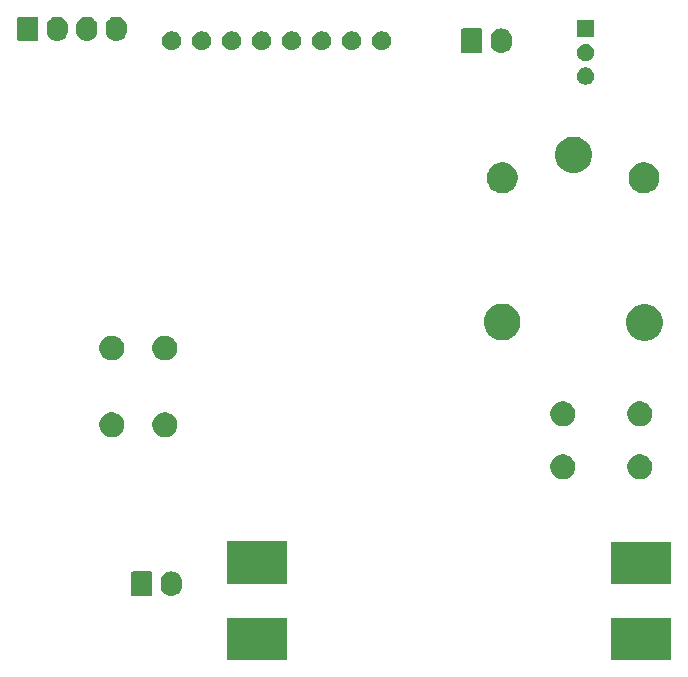
<source format=gbr>
G04 #@! TF.GenerationSoftware,KiCad,Pcbnew,5.1.5+dfsg1-2build2*
G04 #@! TF.CreationDate,2021-12-07T08:31:46-05:00*
G04 #@! TF.ProjectId,schematics,73636865-6d61-4746-9963-732e6b696361,rev?*
G04 #@! TF.SameCoordinates,Original*
G04 #@! TF.FileFunction,Soldermask,Bot*
G04 #@! TF.FilePolarity,Negative*
%FSLAX46Y46*%
G04 Gerber Fmt 4.6, Leading zero omitted, Abs format (unit mm)*
G04 Created by KiCad (PCBNEW 5.1.5+dfsg1-2build2) date 2021-12-07 08:31:46*
%MOMM*%
%LPD*%
G04 APERTURE LIST*
%ADD10C,0.100000*%
G04 APERTURE END LIST*
D10*
G36*
X146941900Y-99691400D02*
G01*
X141839900Y-99691400D01*
X141839900Y-96089400D01*
X146941900Y-96089400D01*
X146941900Y-99691400D01*
G37*
G36*
X114441900Y-99691400D02*
G01*
X109339900Y-99691400D01*
X109339900Y-96089400D01*
X114441900Y-96089400D01*
X114441900Y-99691400D01*
G37*
G36*
X104784626Y-92180037D02*
G01*
X104954465Y-92231557D01*
X104954467Y-92231558D01*
X105110989Y-92315221D01*
X105248186Y-92427814D01*
X105331448Y-92529271D01*
X105360778Y-92565009D01*
X105444443Y-92721534D01*
X105495963Y-92891373D01*
X105509000Y-93023742D01*
X105509000Y-93412257D01*
X105495963Y-93544626D01*
X105444443Y-93714466D01*
X105360778Y-93870991D01*
X105331448Y-93906729D01*
X105248186Y-94008186D01*
X105153250Y-94086097D01*
X105110991Y-94120778D01*
X104954466Y-94204443D01*
X104784627Y-94255963D01*
X104608000Y-94273359D01*
X104431374Y-94255963D01*
X104261535Y-94204443D01*
X104105010Y-94120778D01*
X103967815Y-94008185D01*
X103855222Y-93870991D01*
X103771557Y-93714466D01*
X103720037Y-93544627D01*
X103707000Y-93412258D01*
X103707000Y-93023743D01*
X103720037Y-92891374D01*
X103771557Y-92721535D01*
X103855222Y-92565010D01*
X103855223Y-92565009D01*
X103967814Y-92427814D01*
X104069271Y-92344552D01*
X104105009Y-92315222D01*
X104261534Y-92231557D01*
X104431373Y-92180037D01*
X104608000Y-92162641D01*
X104784626Y-92180037D01*
G37*
G36*
X102866600Y-92170989D02*
G01*
X102899652Y-92181015D01*
X102930103Y-92197292D01*
X102956799Y-92219201D01*
X102978708Y-92245897D01*
X102994985Y-92276348D01*
X103005011Y-92309400D01*
X103009000Y-92349903D01*
X103009000Y-94086097D01*
X103005011Y-94126600D01*
X102994985Y-94159652D01*
X102978708Y-94190103D01*
X102956799Y-94216799D01*
X102930103Y-94238708D01*
X102899652Y-94254985D01*
X102866600Y-94265011D01*
X102826097Y-94269000D01*
X101389903Y-94269000D01*
X101349400Y-94265011D01*
X101316348Y-94254985D01*
X101285897Y-94238708D01*
X101259201Y-94216799D01*
X101237292Y-94190103D01*
X101221015Y-94159652D01*
X101210989Y-94126600D01*
X101207000Y-94086097D01*
X101207000Y-92349903D01*
X101210989Y-92309400D01*
X101221015Y-92276348D01*
X101237292Y-92245897D01*
X101259201Y-92219201D01*
X101285897Y-92197292D01*
X101316348Y-92181015D01*
X101349400Y-92170989D01*
X101389903Y-92167000D01*
X102826097Y-92167000D01*
X102866600Y-92170989D01*
G37*
G36*
X146941900Y-93241400D02*
G01*
X141839900Y-93241400D01*
X141839900Y-89639400D01*
X146941900Y-89639400D01*
X146941900Y-93241400D01*
G37*
G36*
X114441900Y-93191400D02*
G01*
X109339900Y-93191400D01*
X109339900Y-89589400D01*
X114441900Y-89589400D01*
X114441900Y-93191400D01*
G37*
G36*
X144578564Y-82301389D02*
G01*
X144769833Y-82380615D01*
X144769835Y-82380616D01*
X144941973Y-82495635D01*
X145088365Y-82642027D01*
X145203385Y-82814167D01*
X145282611Y-83005436D01*
X145323000Y-83208484D01*
X145323000Y-83415516D01*
X145282611Y-83618564D01*
X145203385Y-83809833D01*
X145203384Y-83809835D01*
X145088365Y-83981973D01*
X144941973Y-84128365D01*
X144769835Y-84243384D01*
X144769834Y-84243385D01*
X144769833Y-84243385D01*
X144578564Y-84322611D01*
X144375516Y-84363000D01*
X144168484Y-84363000D01*
X143965436Y-84322611D01*
X143774167Y-84243385D01*
X143774166Y-84243385D01*
X143774165Y-84243384D01*
X143602027Y-84128365D01*
X143455635Y-83981973D01*
X143340616Y-83809835D01*
X143340615Y-83809833D01*
X143261389Y-83618564D01*
X143221000Y-83415516D01*
X143221000Y-83208484D01*
X143261389Y-83005436D01*
X143340615Y-82814167D01*
X143455635Y-82642027D01*
X143602027Y-82495635D01*
X143774165Y-82380616D01*
X143774167Y-82380615D01*
X143965436Y-82301389D01*
X144168484Y-82261000D01*
X144375516Y-82261000D01*
X144578564Y-82301389D01*
G37*
G36*
X138078564Y-82301389D02*
G01*
X138269833Y-82380615D01*
X138269835Y-82380616D01*
X138441973Y-82495635D01*
X138588365Y-82642027D01*
X138703385Y-82814167D01*
X138782611Y-83005436D01*
X138823000Y-83208484D01*
X138823000Y-83415516D01*
X138782611Y-83618564D01*
X138703385Y-83809833D01*
X138703384Y-83809835D01*
X138588365Y-83981973D01*
X138441973Y-84128365D01*
X138269835Y-84243384D01*
X138269834Y-84243385D01*
X138269833Y-84243385D01*
X138078564Y-84322611D01*
X137875516Y-84363000D01*
X137668484Y-84363000D01*
X137465436Y-84322611D01*
X137274167Y-84243385D01*
X137274166Y-84243385D01*
X137274165Y-84243384D01*
X137102027Y-84128365D01*
X136955635Y-83981973D01*
X136840616Y-83809835D01*
X136840615Y-83809833D01*
X136761389Y-83618564D01*
X136721000Y-83415516D01*
X136721000Y-83208484D01*
X136761389Y-83005436D01*
X136840615Y-82814167D01*
X136955635Y-82642027D01*
X137102027Y-82495635D01*
X137274165Y-82380616D01*
X137274167Y-82380615D01*
X137465436Y-82301389D01*
X137668484Y-82261000D01*
X137875516Y-82261000D01*
X138078564Y-82301389D01*
G37*
G36*
X99874564Y-78745389D02*
G01*
X100065833Y-78824615D01*
X100065835Y-78824616D01*
X100237973Y-78939635D01*
X100384365Y-79086027D01*
X100406106Y-79118564D01*
X100499385Y-79258167D01*
X100578611Y-79449436D01*
X100619000Y-79652484D01*
X100619000Y-79859516D01*
X100578611Y-80062564D01*
X100499385Y-80253833D01*
X100499384Y-80253835D01*
X100384365Y-80425973D01*
X100237973Y-80572365D01*
X100065835Y-80687384D01*
X100065834Y-80687385D01*
X100065833Y-80687385D01*
X99874564Y-80766611D01*
X99671516Y-80807000D01*
X99464484Y-80807000D01*
X99261436Y-80766611D01*
X99070167Y-80687385D01*
X99070166Y-80687385D01*
X99070165Y-80687384D01*
X98898027Y-80572365D01*
X98751635Y-80425973D01*
X98636616Y-80253835D01*
X98636615Y-80253833D01*
X98557389Y-80062564D01*
X98517000Y-79859516D01*
X98517000Y-79652484D01*
X98557389Y-79449436D01*
X98636615Y-79258167D01*
X98729895Y-79118564D01*
X98751635Y-79086027D01*
X98898027Y-78939635D01*
X99070165Y-78824616D01*
X99070167Y-78824615D01*
X99261436Y-78745389D01*
X99464484Y-78705000D01*
X99671516Y-78705000D01*
X99874564Y-78745389D01*
G37*
G36*
X104374564Y-78745389D02*
G01*
X104565833Y-78824615D01*
X104565835Y-78824616D01*
X104737973Y-78939635D01*
X104884365Y-79086027D01*
X104906106Y-79118564D01*
X104999385Y-79258167D01*
X105078611Y-79449436D01*
X105119000Y-79652484D01*
X105119000Y-79859516D01*
X105078611Y-80062564D01*
X104999385Y-80253833D01*
X104999384Y-80253835D01*
X104884365Y-80425973D01*
X104737973Y-80572365D01*
X104565835Y-80687384D01*
X104565834Y-80687385D01*
X104565833Y-80687385D01*
X104374564Y-80766611D01*
X104171516Y-80807000D01*
X103964484Y-80807000D01*
X103761436Y-80766611D01*
X103570167Y-80687385D01*
X103570166Y-80687385D01*
X103570165Y-80687384D01*
X103398027Y-80572365D01*
X103251635Y-80425973D01*
X103136616Y-80253835D01*
X103136615Y-80253833D01*
X103057389Y-80062564D01*
X103017000Y-79859516D01*
X103017000Y-79652484D01*
X103057389Y-79449436D01*
X103136615Y-79258167D01*
X103229895Y-79118564D01*
X103251635Y-79086027D01*
X103398027Y-78939635D01*
X103570165Y-78824616D01*
X103570167Y-78824615D01*
X103761436Y-78745389D01*
X103964484Y-78705000D01*
X104171516Y-78705000D01*
X104374564Y-78745389D01*
G37*
G36*
X144578564Y-77801389D02*
G01*
X144769833Y-77880615D01*
X144769835Y-77880616D01*
X144941973Y-77995635D01*
X145088365Y-78142027D01*
X145203385Y-78314167D01*
X145282611Y-78505436D01*
X145323000Y-78708484D01*
X145323000Y-78915516D01*
X145282611Y-79118564D01*
X145203385Y-79309833D01*
X145203384Y-79309835D01*
X145088365Y-79481973D01*
X144941973Y-79628365D01*
X144769835Y-79743384D01*
X144769834Y-79743385D01*
X144769833Y-79743385D01*
X144578564Y-79822611D01*
X144375516Y-79863000D01*
X144168484Y-79863000D01*
X143965436Y-79822611D01*
X143774167Y-79743385D01*
X143774166Y-79743385D01*
X143774165Y-79743384D01*
X143602027Y-79628365D01*
X143455635Y-79481973D01*
X143340616Y-79309835D01*
X143340615Y-79309833D01*
X143261389Y-79118564D01*
X143221000Y-78915516D01*
X143221000Y-78708484D01*
X143261389Y-78505436D01*
X143340615Y-78314167D01*
X143455635Y-78142027D01*
X143602027Y-77995635D01*
X143774165Y-77880616D01*
X143774167Y-77880615D01*
X143965436Y-77801389D01*
X144168484Y-77761000D01*
X144375516Y-77761000D01*
X144578564Y-77801389D01*
G37*
G36*
X138078564Y-77801389D02*
G01*
X138269833Y-77880615D01*
X138269835Y-77880616D01*
X138441973Y-77995635D01*
X138588365Y-78142027D01*
X138703385Y-78314167D01*
X138782611Y-78505436D01*
X138823000Y-78708484D01*
X138823000Y-78915516D01*
X138782611Y-79118564D01*
X138703385Y-79309833D01*
X138703384Y-79309835D01*
X138588365Y-79481973D01*
X138441973Y-79628365D01*
X138269835Y-79743384D01*
X138269834Y-79743385D01*
X138269833Y-79743385D01*
X138078564Y-79822611D01*
X137875516Y-79863000D01*
X137668484Y-79863000D01*
X137465436Y-79822611D01*
X137274167Y-79743385D01*
X137274166Y-79743385D01*
X137274165Y-79743384D01*
X137102027Y-79628365D01*
X136955635Y-79481973D01*
X136840616Y-79309835D01*
X136840615Y-79309833D01*
X136761389Y-79118564D01*
X136721000Y-78915516D01*
X136721000Y-78708484D01*
X136761389Y-78505436D01*
X136840615Y-78314167D01*
X136955635Y-78142027D01*
X137102027Y-77995635D01*
X137274165Y-77880616D01*
X137274167Y-77880615D01*
X137465436Y-77801389D01*
X137668484Y-77761000D01*
X137875516Y-77761000D01*
X138078564Y-77801389D01*
G37*
G36*
X104374564Y-72245389D02*
G01*
X104565833Y-72324615D01*
X104565835Y-72324616D01*
X104709304Y-72420479D01*
X104737973Y-72439635D01*
X104884365Y-72586027D01*
X104999385Y-72758167D01*
X105078611Y-72949436D01*
X105119000Y-73152484D01*
X105119000Y-73359516D01*
X105078611Y-73562564D01*
X104999385Y-73753833D01*
X104999384Y-73753835D01*
X104884365Y-73925973D01*
X104737973Y-74072365D01*
X104565835Y-74187384D01*
X104565834Y-74187385D01*
X104565833Y-74187385D01*
X104374564Y-74266611D01*
X104171516Y-74307000D01*
X103964484Y-74307000D01*
X103761436Y-74266611D01*
X103570167Y-74187385D01*
X103570166Y-74187385D01*
X103570165Y-74187384D01*
X103398027Y-74072365D01*
X103251635Y-73925973D01*
X103136616Y-73753835D01*
X103136615Y-73753833D01*
X103057389Y-73562564D01*
X103017000Y-73359516D01*
X103017000Y-73152484D01*
X103057389Y-72949436D01*
X103136615Y-72758167D01*
X103251635Y-72586027D01*
X103398027Y-72439635D01*
X103426696Y-72420479D01*
X103570165Y-72324616D01*
X103570167Y-72324615D01*
X103761436Y-72245389D01*
X103964484Y-72205000D01*
X104171516Y-72205000D01*
X104374564Y-72245389D01*
G37*
G36*
X99874564Y-72245389D02*
G01*
X100065833Y-72324615D01*
X100065835Y-72324616D01*
X100209304Y-72420479D01*
X100237973Y-72439635D01*
X100384365Y-72586027D01*
X100499385Y-72758167D01*
X100578611Y-72949436D01*
X100619000Y-73152484D01*
X100619000Y-73359516D01*
X100578611Y-73562564D01*
X100499385Y-73753833D01*
X100499384Y-73753835D01*
X100384365Y-73925973D01*
X100237973Y-74072365D01*
X100065835Y-74187384D01*
X100065834Y-74187385D01*
X100065833Y-74187385D01*
X99874564Y-74266611D01*
X99671516Y-74307000D01*
X99464484Y-74307000D01*
X99261436Y-74266611D01*
X99070167Y-74187385D01*
X99070166Y-74187385D01*
X99070165Y-74187384D01*
X98898027Y-74072365D01*
X98751635Y-73925973D01*
X98636616Y-73753835D01*
X98636615Y-73753833D01*
X98557389Y-73562564D01*
X98517000Y-73359516D01*
X98517000Y-73152484D01*
X98557389Y-72949436D01*
X98636615Y-72758167D01*
X98751635Y-72586027D01*
X98898027Y-72439635D01*
X98926696Y-72420479D01*
X99070165Y-72324616D01*
X99070167Y-72324615D01*
X99261436Y-72245389D01*
X99464484Y-72205000D01*
X99671516Y-72205000D01*
X99874564Y-72245389D01*
G37*
G36*
X144885043Y-69554604D02*
G01*
X145136410Y-69604604D01*
X145418674Y-69721521D01*
X145672705Y-69891259D01*
X145888741Y-70107295D01*
X146058479Y-70361326D01*
X146175396Y-70643590D01*
X146175396Y-70643591D01*
X146225055Y-70893240D01*
X146235000Y-70943240D01*
X146235000Y-71248760D01*
X146175396Y-71548410D01*
X146058479Y-71830674D01*
X145888741Y-72084705D01*
X145672705Y-72300741D01*
X145418674Y-72470479D01*
X145136410Y-72587396D01*
X145088127Y-72597000D01*
X144836761Y-72647000D01*
X144531239Y-72647000D01*
X144279873Y-72597000D01*
X144231590Y-72587396D01*
X143949326Y-72470479D01*
X143695295Y-72300741D01*
X143479259Y-72084705D01*
X143309521Y-71830674D01*
X143192604Y-71548410D01*
X143133000Y-71248760D01*
X143133000Y-70943240D01*
X143142946Y-70893240D01*
X143192604Y-70643591D01*
X143192604Y-70643590D01*
X143309521Y-70361326D01*
X143479259Y-70107295D01*
X143695295Y-69891259D01*
X143949326Y-69721521D01*
X144231590Y-69604604D01*
X144482957Y-69554604D01*
X144531239Y-69545000D01*
X144836761Y-69545000D01*
X144885043Y-69554604D01*
G37*
G36*
X132936585Y-69524802D02*
G01*
X133086410Y-69554604D01*
X133368674Y-69671521D01*
X133622705Y-69841259D01*
X133838741Y-70057295D01*
X134008479Y-70311326D01*
X134125396Y-70593590D01*
X134135342Y-70643591D01*
X134185000Y-70893239D01*
X134185000Y-71198761D01*
X134175054Y-71248761D01*
X134125396Y-71498410D01*
X134008479Y-71780674D01*
X133838741Y-72034705D01*
X133622705Y-72250741D01*
X133368674Y-72420479D01*
X133086410Y-72537396D01*
X132936585Y-72567198D01*
X132786761Y-72597000D01*
X132481239Y-72597000D01*
X132331415Y-72567198D01*
X132181590Y-72537396D01*
X131899326Y-72420479D01*
X131645295Y-72250741D01*
X131429259Y-72034705D01*
X131259521Y-71780674D01*
X131142604Y-71498410D01*
X131092946Y-71248761D01*
X131083000Y-71198761D01*
X131083000Y-70893239D01*
X131132658Y-70643591D01*
X131142604Y-70593590D01*
X131259521Y-70311326D01*
X131429259Y-70057295D01*
X131645295Y-69841259D01*
X131899326Y-69671521D01*
X132181590Y-69554604D01*
X132331415Y-69524802D01*
X132481239Y-69495000D01*
X132786761Y-69495000D01*
X132936585Y-69524802D01*
G37*
G36*
X145013487Y-57594996D02*
G01*
X145250253Y-57693068D01*
X145250255Y-57693069D01*
X145463339Y-57835447D01*
X145644553Y-58016661D01*
X145786932Y-58229747D01*
X145885004Y-58466513D01*
X145935000Y-58717861D01*
X145935000Y-58974139D01*
X145885004Y-59225487D01*
X145786932Y-59462253D01*
X145786931Y-59462255D01*
X145644553Y-59675339D01*
X145463339Y-59856553D01*
X145250255Y-59998931D01*
X145250254Y-59998932D01*
X145250253Y-59998932D01*
X145013487Y-60097004D01*
X144762139Y-60147000D01*
X144505861Y-60147000D01*
X144254513Y-60097004D01*
X144017747Y-59998932D01*
X144017746Y-59998932D01*
X144017745Y-59998931D01*
X143804661Y-59856553D01*
X143623447Y-59675339D01*
X143481069Y-59462255D01*
X143481068Y-59462253D01*
X143382996Y-59225487D01*
X143333000Y-58974139D01*
X143333000Y-58717861D01*
X143382996Y-58466513D01*
X143481068Y-58229747D01*
X143623447Y-58016661D01*
X143804661Y-57835447D01*
X144017745Y-57693069D01*
X144017747Y-57693068D01*
X144254513Y-57594996D01*
X144505861Y-57545000D01*
X144762139Y-57545000D01*
X145013487Y-57594996D01*
G37*
G36*
X133013487Y-57594996D02*
G01*
X133250253Y-57693068D01*
X133250255Y-57693069D01*
X133463339Y-57835447D01*
X133644553Y-58016661D01*
X133786932Y-58229747D01*
X133885004Y-58466513D01*
X133935000Y-58717861D01*
X133935000Y-58974139D01*
X133885004Y-59225487D01*
X133786932Y-59462253D01*
X133786931Y-59462255D01*
X133644553Y-59675339D01*
X133463339Y-59856553D01*
X133250255Y-59998931D01*
X133250254Y-59998932D01*
X133250253Y-59998932D01*
X133013487Y-60097004D01*
X132762139Y-60147000D01*
X132505861Y-60147000D01*
X132254513Y-60097004D01*
X132017747Y-59998932D01*
X132017746Y-59998932D01*
X132017745Y-59998931D01*
X131804661Y-59856553D01*
X131623447Y-59675339D01*
X131481069Y-59462255D01*
X131481068Y-59462253D01*
X131382996Y-59225487D01*
X131333000Y-58974139D01*
X131333000Y-58717861D01*
X131382996Y-58466513D01*
X131481068Y-58229747D01*
X131623447Y-58016661D01*
X131804661Y-57835447D01*
X132017745Y-57693069D01*
X132017747Y-57693068D01*
X132254513Y-57594996D01*
X132505861Y-57545000D01*
X132762139Y-57545000D01*
X133013487Y-57594996D01*
G37*
G36*
X138986585Y-55374802D02*
G01*
X139136410Y-55404604D01*
X139418674Y-55521521D01*
X139672705Y-55691259D01*
X139888741Y-55907295D01*
X140058479Y-56161326D01*
X140175396Y-56443590D01*
X140235000Y-56743240D01*
X140235000Y-57048760D01*
X140175396Y-57348410D01*
X140058479Y-57630674D01*
X139888741Y-57884705D01*
X139672705Y-58100741D01*
X139418674Y-58270479D01*
X139136410Y-58387396D01*
X138986585Y-58417198D01*
X138836761Y-58447000D01*
X138531239Y-58447000D01*
X138381415Y-58417198D01*
X138231590Y-58387396D01*
X137949326Y-58270479D01*
X137695295Y-58100741D01*
X137479259Y-57884705D01*
X137309521Y-57630674D01*
X137192604Y-57348410D01*
X137133000Y-57048760D01*
X137133000Y-56743240D01*
X137192604Y-56443590D01*
X137309521Y-56161326D01*
X137479259Y-55907295D01*
X137695295Y-55691259D01*
X137949326Y-55521521D01*
X138231590Y-55404604D01*
X138381415Y-55374802D01*
X138531239Y-55345000D01*
X138836761Y-55345000D01*
X138986585Y-55374802D01*
G37*
G36*
X139911766Y-49529899D02*
G01*
X140043888Y-49584626D01*
X140043890Y-49584627D01*
X140162798Y-49664079D01*
X140263921Y-49765202D01*
X140263922Y-49765204D01*
X140343374Y-49884112D01*
X140398101Y-50016234D01*
X140426000Y-50156494D01*
X140426000Y-50299506D01*
X140398101Y-50439766D01*
X140343374Y-50571888D01*
X140343373Y-50571890D01*
X140263921Y-50690798D01*
X140162798Y-50791921D01*
X140043890Y-50871373D01*
X140043889Y-50871374D01*
X140043888Y-50871374D01*
X139911766Y-50926101D01*
X139771506Y-50954000D01*
X139628494Y-50954000D01*
X139488234Y-50926101D01*
X139356112Y-50871374D01*
X139356111Y-50871374D01*
X139356110Y-50871373D01*
X139237202Y-50791921D01*
X139136079Y-50690798D01*
X139056627Y-50571890D01*
X139056626Y-50571888D01*
X139001899Y-50439766D01*
X138974000Y-50299506D01*
X138974000Y-50156494D01*
X139001899Y-50016234D01*
X139056626Y-49884112D01*
X139136078Y-49765204D01*
X139136079Y-49765202D01*
X139237202Y-49664079D01*
X139356110Y-49584627D01*
X139356112Y-49584626D01*
X139488234Y-49529899D01*
X139628494Y-49502000D01*
X139771506Y-49502000D01*
X139911766Y-49529899D01*
G37*
G36*
X139911766Y-47529899D02*
G01*
X140043888Y-47584626D01*
X140043890Y-47584627D01*
X140162798Y-47664079D01*
X140263921Y-47765202D01*
X140343373Y-47884110D01*
X140343374Y-47884112D01*
X140398101Y-48016234D01*
X140426000Y-48156494D01*
X140426000Y-48299506D01*
X140398101Y-48439766D01*
X140343374Y-48571888D01*
X140343373Y-48571890D01*
X140263921Y-48690798D01*
X140162798Y-48791921D01*
X140043890Y-48871373D01*
X140043889Y-48871374D01*
X140043888Y-48871374D01*
X139911766Y-48926101D01*
X139771506Y-48954000D01*
X139628494Y-48954000D01*
X139488234Y-48926101D01*
X139356112Y-48871374D01*
X139356111Y-48871374D01*
X139356110Y-48871373D01*
X139237202Y-48791921D01*
X139136079Y-48690798D01*
X139056627Y-48571890D01*
X139056626Y-48571888D01*
X139001899Y-48439766D01*
X138974000Y-48299506D01*
X138974000Y-48156494D01*
X139001899Y-48016234D01*
X139056626Y-47884112D01*
X139056627Y-47884110D01*
X139136079Y-47765202D01*
X139237202Y-47664079D01*
X139356110Y-47584627D01*
X139356112Y-47584626D01*
X139488234Y-47529899D01*
X139628494Y-47502000D01*
X139771506Y-47502000D01*
X139911766Y-47529899D01*
G37*
G36*
X132724626Y-46206037D02*
G01*
X132894465Y-46257557D01*
X132894467Y-46257558D01*
X133050989Y-46341221D01*
X133188186Y-46453814D01*
X133250402Y-46529626D01*
X133300778Y-46591009D01*
X133300779Y-46591011D01*
X133384442Y-46747531D01*
X133384443Y-46747534D01*
X133435963Y-46917373D01*
X133435963Y-46917375D01*
X133448110Y-47040699D01*
X133449000Y-47049742D01*
X133449000Y-47438257D01*
X133435963Y-47570626D01*
X133384443Y-47740466D01*
X133300778Y-47896991D01*
X133271448Y-47932729D01*
X133188186Y-48034186D01*
X133093250Y-48112097D01*
X133050991Y-48146778D01*
X132894466Y-48230443D01*
X132724627Y-48281963D01*
X132548000Y-48299359D01*
X132371374Y-48281963D01*
X132201535Y-48230443D01*
X132045010Y-48146778D01*
X131907815Y-48034185D01*
X131795222Y-47896991D01*
X131711557Y-47740466D01*
X131660037Y-47570627D01*
X131647000Y-47438258D01*
X131647000Y-47049743D01*
X131660037Y-46917374D01*
X131711557Y-46747535D01*
X131723205Y-46725743D01*
X131795221Y-46591011D01*
X131907814Y-46453814D01*
X132009271Y-46370552D01*
X132045009Y-46341222D01*
X132201534Y-46257557D01*
X132371373Y-46206037D01*
X132548000Y-46188641D01*
X132724626Y-46206037D01*
G37*
G36*
X130806600Y-46196989D02*
G01*
X130839652Y-46207015D01*
X130870103Y-46223292D01*
X130896799Y-46245201D01*
X130918708Y-46271897D01*
X130934985Y-46302348D01*
X130945011Y-46335400D01*
X130949000Y-46375903D01*
X130949000Y-48112097D01*
X130945011Y-48152600D01*
X130934985Y-48185652D01*
X130918708Y-48216103D01*
X130896799Y-48242799D01*
X130870103Y-48264708D01*
X130839652Y-48280985D01*
X130806600Y-48291011D01*
X130766097Y-48295000D01*
X129329903Y-48295000D01*
X129289400Y-48291011D01*
X129256348Y-48280985D01*
X129225897Y-48264708D01*
X129199201Y-48242799D01*
X129177292Y-48216103D01*
X129161015Y-48185652D01*
X129150989Y-48152600D01*
X129147000Y-48112097D01*
X129147000Y-46375903D01*
X129150989Y-46335400D01*
X129161015Y-46302348D01*
X129177292Y-46271897D01*
X129199201Y-46245201D01*
X129225897Y-46223292D01*
X129256348Y-46207015D01*
X129289400Y-46196989D01*
X129329903Y-46193000D01*
X130766097Y-46193000D01*
X130806600Y-46196989D01*
G37*
G36*
X115045142Y-46462242D02*
G01*
X115193101Y-46523529D01*
X115326255Y-46612499D01*
X115439501Y-46725745D01*
X115528471Y-46858899D01*
X115589758Y-47006858D01*
X115621000Y-47163925D01*
X115621000Y-47324075D01*
X115589758Y-47481142D01*
X115528471Y-47629101D01*
X115439501Y-47762255D01*
X115326255Y-47875501D01*
X115193101Y-47964471D01*
X115045142Y-48025758D01*
X114888075Y-48057000D01*
X114727925Y-48057000D01*
X114570858Y-48025758D01*
X114422899Y-47964471D01*
X114289745Y-47875501D01*
X114176499Y-47762255D01*
X114087529Y-47629101D01*
X114026242Y-47481142D01*
X113995000Y-47324075D01*
X113995000Y-47163925D01*
X114026242Y-47006858D01*
X114087529Y-46858899D01*
X114176499Y-46725745D01*
X114289745Y-46612499D01*
X114422899Y-46523529D01*
X114570858Y-46462242D01*
X114727925Y-46431000D01*
X114888075Y-46431000D01*
X115045142Y-46462242D01*
G37*
G36*
X104885142Y-46462242D02*
G01*
X105033101Y-46523529D01*
X105166255Y-46612499D01*
X105279501Y-46725745D01*
X105368471Y-46858899D01*
X105429758Y-47006858D01*
X105461000Y-47163925D01*
X105461000Y-47324075D01*
X105429758Y-47481142D01*
X105368471Y-47629101D01*
X105279501Y-47762255D01*
X105166255Y-47875501D01*
X105033101Y-47964471D01*
X104885142Y-48025758D01*
X104728075Y-48057000D01*
X104567925Y-48057000D01*
X104410858Y-48025758D01*
X104262899Y-47964471D01*
X104129745Y-47875501D01*
X104016499Y-47762255D01*
X103927529Y-47629101D01*
X103866242Y-47481142D01*
X103835000Y-47324075D01*
X103835000Y-47163925D01*
X103866242Y-47006858D01*
X103927529Y-46858899D01*
X104016499Y-46725745D01*
X104129745Y-46612499D01*
X104262899Y-46523529D01*
X104410858Y-46462242D01*
X104567925Y-46431000D01*
X104728075Y-46431000D01*
X104885142Y-46462242D01*
G37*
G36*
X122665142Y-46462242D02*
G01*
X122813101Y-46523529D01*
X122946255Y-46612499D01*
X123059501Y-46725745D01*
X123148471Y-46858899D01*
X123209758Y-47006858D01*
X123241000Y-47163925D01*
X123241000Y-47324075D01*
X123209758Y-47481142D01*
X123148471Y-47629101D01*
X123059501Y-47762255D01*
X122946255Y-47875501D01*
X122813101Y-47964471D01*
X122665142Y-48025758D01*
X122508075Y-48057000D01*
X122347925Y-48057000D01*
X122190858Y-48025758D01*
X122042899Y-47964471D01*
X121909745Y-47875501D01*
X121796499Y-47762255D01*
X121707529Y-47629101D01*
X121646242Y-47481142D01*
X121615000Y-47324075D01*
X121615000Y-47163925D01*
X121646242Y-47006858D01*
X121707529Y-46858899D01*
X121796499Y-46725745D01*
X121909745Y-46612499D01*
X122042899Y-46523529D01*
X122190858Y-46462242D01*
X122347925Y-46431000D01*
X122508075Y-46431000D01*
X122665142Y-46462242D01*
G37*
G36*
X117585142Y-46462242D02*
G01*
X117733101Y-46523529D01*
X117866255Y-46612499D01*
X117979501Y-46725745D01*
X118068471Y-46858899D01*
X118129758Y-47006858D01*
X118161000Y-47163925D01*
X118161000Y-47324075D01*
X118129758Y-47481142D01*
X118068471Y-47629101D01*
X117979501Y-47762255D01*
X117866255Y-47875501D01*
X117733101Y-47964471D01*
X117585142Y-48025758D01*
X117428075Y-48057000D01*
X117267925Y-48057000D01*
X117110858Y-48025758D01*
X116962899Y-47964471D01*
X116829745Y-47875501D01*
X116716499Y-47762255D01*
X116627529Y-47629101D01*
X116566242Y-47481142D01*
X116535000Y-47324075D01*
X116535000Y-47163925D01*
X116566242Y-47006858D01*
X116627529Y-46858899D01*
X116716499Y-46725745D01*
X116829745Y-46612499D01*
X116962899Y-46523529D01*
X117110858Y-46462242D01*
X117267925Y-46431000D01*
X117428075Y-46431000D01*
X117585142Y-46462242D01*
G37*
G36*
X112505142Y-46462242D02*
G01*
X112653101Y-46523529D01*
X112786255Y-46612499D01*
X112899501Y-46725745D01*
X112988471Y-46858899D01*
X113049758Y-47006858D01*
X113081000Y-47163925D01*
X113081000Y-47324075D01*
X113049758Y-47481142D01*
X112988471Y-47629101D01*
X112899501Y-47762255D01*
X112786255Y-47875501D01*
X112653101Y-47964471D01*
X112505142Y-48025758D01*
X112348075Y-48057000D01*
X112187925Y-48057000D01*
X112030858Y-48025758D01*
X111882899Y-47964471D01*
X111749745Y-47875501D01*
X111636499Y-47762255D01*
X111547529Y-47629101D01*
X111486242Y-47481142D01*
X111455000Y-47324075D01*
X111455000Y-47163925D01*
X111486242Y-47006858D01*
X111547529Y-46858899D01*
X111636499Y-46725745D01*
X111749745Y-46612499D01*
X111882899Y-46523529D01*
X112030858Y-46462242D01*
X112187925Y-46431000D01*
X112348075Y-46431000D01*
X112505142Y-46462242D01*
G37*
G36*
X109965142Y-46462242D02*
G01*
X110113101Y-46523529D01*
X110246255Y-46612499D01*
X110359501Y-46725745D01*
X110448471Y-46858899D01*
X110509758Y-47006858D01*
X110541000Y-47163925D01*
X110541000Y-47324075D01*
X110509758Y-47481142D01*
X110448471Y-47629101D01*
X110359501Y-47762255D01*
X110246255Y-47875501D01*
X110113101Y-47964471D01*
X109965142Y-48025758D01*
X109808075Y-48057000D01*
X109647925Y-48057000D01*
X109490858Y-48025758D01*
X109342899Y-47964471D01*
X109209745Y-47875501D01*
X109096499Y-47762255D01*
X109007529Y-47629101D01*
X108946242Y-47481142D01*
X108915000Y-47324075D01*
X108915000Y-47163925D01*
X108946242Y-47006858D01*
X109007529Y-46858899D01*
X109096499Y-46725745D01*
X109209745Y-46612499D01*
X109342899Y-46523529D01*
X109490858Y-46462242D01*
X109647925Y-46431000D01*
X109808075Y-46431000D01*
X109965142Y-46462242D01*
G37*
G36*
X120125142Y-46462242D02*
G01*
X120273101Y-46523529D01*
X120406255Y-46612499D01*
X120519501Y-46725745D01*
X120608471Y-46858899D01*
X120669758Y-47006858D01*
X120701000Y-47163925D01*
X120701000Y-47324075D01*
X120669758Y-47481142D01*
X120608471Y-47629101D01*
X120519501Y-47762255D01*
X120406255Y-47875501D01*
X120273101Y-47964471D01*
X120125142Y-48025758D01*
X119968075Y-48057000D01*
X119807925Y-48057000D01*
X119650858Y-48025758D01*
X119502899Y-47964471D01*
X119369745Y-47875501D01*
X119256499Y-47762255D01*
X119167529Y-47629101D01*
X119106242Y-47481142D01*
X119075000Y-47324075D01*
X119075000Y-47163925D01*
X119106242Y-47006858D01*
X119167529Y-46858899D01*
X119256499Y-46725745D01*
X119369745Y-46612499D01*
X119502899Y-46523529D01*
X119650858Y-46462242D01*
X119807925Y-46431000D01*
X119968075Y-46431000D01*
X120125142Y-46462242D01*
G37*
G36*
X107425142Y-46462242D02*
G01*
X107573101Y-46523529D01*
X107706255Y-46612499D01*
X107819501Y-46725745D01*
X107908471Y-46858899D01*
X107969758Y-47006858D01*
X108001000Y-47163925D01*
X108001000Y-47324075D01*
X107969758Y-47481142D01*
X107908471Y-47629101D01*
X107819501Y-47762255D01*
X107706255Y-47875501D01*
X107573101Y-47964471D01*
X107425142Y-48025758D01*
X107268075Y-48057000D01*
X107107925Y-48057000D01*
X106950858Y-48025758D01*
X106802899Y-47964471D01*
X106669745Y-47875501D01*
X106556499Y-47762255D01*
X106467529Y-47629101D01*
X106406242Y-47481142D01*
X106375000Y-47324075D01*
X106375000Y-47163925D01*
X106406242Y-47006858D01*
X106467529Y-46858899D01*
X106556499Y-46725745D01*
X106669745Y-46612499D01*
X106802899Y-46523529D01*
X106950858Y-46462242D01*
X107107925Y-46431000D01*
X107268075Y-46431000D01*
X107425142Y-46462242D01*
G37*
G36*
X95132626Y-45215037D02*
G01*
X95302465Y-45266557D01*
X95302467Y-45266558D01*
X95458989Y-45350221D01*
X95596186Y-45462814D01*
X95679448Y-45564271D01*
X95708778Y-45600009D01*
X95792443Y-45756534D01*
X95843963Y-45926373D01*
X95857000Y-46058742D01*
X95857000Y-46397257D01*
X95843963Y-46529626D01*
X95792443Y-46699466D01*
X95708778Y-46855991D01*
X95679448Y-46891729D01*
X95596186Y-46993186D01*
X95501250Y-47071097D01*
X95458991Y-47105778D01*
X95458989Y-47105779D01*
X95350207Y-47163925D01*
X95302466Y-47189443D01*
X95132627Y-47240963D01*
X94956000Y-47258359D01*
X94779374Y-47240963D01*
X94609535Y-47189443D01*
X94561795Y-47163925D01*
X94453012Y-47105779D01*
X94453010Y-47105778D01*
X94315815Y-46993185D01*
X94203222Y-46855991D01*
X94145248Y-46747531D01*
X94119558Y-46699468D01*
X94086658Y-46591011D01*
X94068037Y-46529627D01*
X94058323Y-46431000D01*
X94055000Y-46397260D01*
X94055000Y-46058741D01*
X94068037Y-45926376D01*
X94068037Y-45926374D01*
X94119557Y-45756535D01*
X94203222Y-45600010D01*
X94203223Y-45600009D01*
X94315814Y-45462814D01*
X94417271Y-45379552D01*
X94453009Y-45350222D01*
X94609534Y-45266557D01*
X94779373Y-45215037D01*
X94956000Y-45197641D01*
X95132626Y-45215037D01*
G37*
G36*
X97632626Y-45215037D02*
G01*
X97802465Y-45266557D01*
X97802467Y-45266558D01*
X97958989Y-45350221D01*
X98096186Y-45462814D01*
X98179448Y-45564271D01*
X98208778Y-45600009D01*
X98292443Y-45756534D01*
X98343963Y-45926373D01*
X98357000Y-46058742D01*
X98357000Y-46397257D01*
X98343963Y-46529626D01*
X98292443Y-46699466D01*
X98208778Y-46855991D01*
X98179448Y-46891729D01*
X98096186Y-46993186D01*
X98001250Y-47071097D01*
X97958991Y-47105778D01*
X97958989Y-47105779D01*
X97850207Y-47163925D01*
X97802466Y-47189443D01*
X97632627Y-47240963D01*
X97456000Y-47258359D01*
X97279374Y-47240963D01*
X97109535Y-47189443D01*
X97061795Y-47163925D01*
X96953012Y-47105779D01*
X96953010Y-47105778D01*
X96815815Y-46993185D01*
X96703222Y-46855991D01*
X96645248Y-46747531D01*
X96619558Y-46699468D01*
X96586658Y-46591011D01*
X96568037Y-46529627D01*
X96558323Y-46431000D01*
X96555000Y-46397260D01*
X96555000Y-46058741D01*
X96568037Y-45926376D01*
X96568037Y-45926374D01*
X96619557Y-45756535D01*
X96703222Y-45600010D01*
X96703223Y-45600009D01*
X96815814Y-45462814D01*
X96917271Y-45379552D01*
X96953009Y-45350222D01*
X97109534Y-45266557D01*
X97279373Y-45215037D01*
X97456000Y-45197641D01*
X97632626Y-45215037D01*
G37*
G36*
X100132626Y-45215037D02*
G01*
X100302465Y-45266557D01*
X100302467Y-45266558D01*
X100458989Y-45350221D01*
X100596186Y-45462814D01*
X100679448Y-45564271D01*
X100708778Y-45600009D01*
X100792443Y-45756534D01*
X100843963Y-45926373D01*
X100857000Y-46058742D01*
X100857000Y-46397257D01*
X100843963Y-46529626D01*
X100792443Y-46699466D01*
X100708778Y-46855991D01*
X100679448Y-46891729D01*
X100596186Y-46993186D01*
X100501250Y-47071097D01*
X100458991Y-47105778D01*
X100458989Y-47105779D01*
X100350207Y-47163925D01*
X100302466Y-47189443D01*
X100132627Y-47240963D01*
X99956000Y-47258359D01*
X99779374Y-47240963D01*
X99609535Y-47189443D01*
X99561795Y-47163925D01*
X99453012Y-47105779D01*
X99453010Y-47105778D01*
X99315815Y-46993185D01*
X99203222Y-46855991D01*
X99145248Y-46747531D01*
X99119558Y-46699468D01*
X99086658Y-46591011D01*
X99068037Y-46529627D01*
X99058323Y-46431000D01*
X99055000Y-46397260D01*
X99055000Y-46058741D01*
X99068037Y-45926376D01*
X99068037Y-45926374D01*
X99119557Y-45756535D01*
X99203222Y-45600010D01*
X99203223Y-45600009D01*
X99315814Y-45462814D01*
X99417271Y-45379552D01*
X99453009Y-45350222D01*
X99609534Y-45266557D01*
X99779373Y-45215037D01*
X99956000Y-45197641D01*
X100132626Y-45215037D01*
G37*
G36*
X93214600Y-45205989D02*
G01*
X93247652Y-45216015D01*
X93278103Y-45232292D01*
X93304799Y-45254201D01*
X93326708Y-45280897D01*
X93342985Y-45311348D01*
X93353011Y-45344400D01*
X93357000Y-45384903D01*
X93357000Y-47071097D01*
X93353011Y-47111600D01*
X93342985Y-47144652D01*
X93326708Y-47175103D01*
X93304799Y-47201799D01*
X93278103Y-47223708D01*
X93247652Y-47239985D01*
X93214600Y-47250011D01*
X93174097Y-47254000D01*
X91737903Y-47254000D01*
X91697400Y-47250011D01*
X91664348Y-47239985D01*
X91633897Y-47223708D01*
X91607201Y-47201799D01*
X91585292Y-47175103D01*
X91569015Y-47144652D01*
X91558989Y-47111600D01*
X91555000Y-47071097D01*
X91555000Y-45384903D01*
X91558989Y-45344400D01*
X91569015Y-45311348D01*
X91585292Y-45280897D01*
X91607201Y-45254201D01*
X91633897Y-45232292D01*
X91664348Y-45216015D01*
X91697400Y-45205989D01*
X91737903Y-45202000D01*
X93174097Y-45202000D01*
X93214600Y-45205989D01*
G37*
G36*
X140426000Y-46954000D02*
G01*
X138974000Y-46954000D01*
X138974000Y-45502000D01*
X140426000Y-45502000D01*
X140426000Y-46954000D01*
G37*
M02*

</source>
